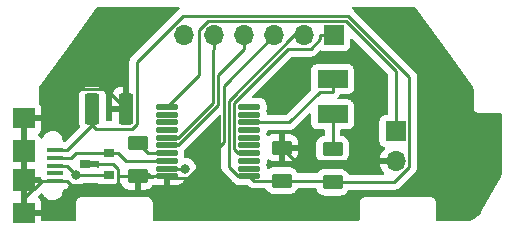
<source format=gtl>
%TF.GenerationSoftware,KiCad,Pcbnew,(5.99.0-6951-g72beaf1538)*%
%TF.CreationDate,2020-11-29T14:33:23+11:00*%
%TF.ProjectId,contact-block-v4,636f6e74-6163-4742-9d62-6c6f636b2d76,rev?*%
%TF.SameCoordinates,Original*%
%TF.FileFunction,Copper,L1,Top*%
%TF.FilePolarity,Positive*%
%FSLAX46Y46*%
G04 Gerber Fmt 4.6, Leading zero omitted, Abs format (unit mm)*
G04 Created by KiCad (PCBNEW (5.99.0-6951-g72beaf1538)) date 2020-11-29 14:33:23*
%MOMM*%
%LPD*%
G01*
G04 APERTURE LIST*
G04 Aperture macros list*
%AMRoundRect*
0 Rectangle with rounded corners*
0 $1 Rounding radius*
0 $2 $3 $4 $5 $6 $7 $8 $9 X,Y pos of 4 corners*
0 Add a 4 corners polygon primitive as box body*
4,1,4,$2,$3,$4,$5,$6,$7,$8,$9,$2,$3,0*
0 Add four circle primitives for the rounded corners*
1,1,$1+$1,$2,$3,0*
1,1,$1+$1,$4,$5,0*
1,1,$1+$1,$6,$7,0*
1,1,$1+$1,$8,$9,0*
0 Add four rect primitives between the rounded corners*
20,1,$1+$1,$2,$3,$4,$5,0*
20,1,$1+$1,$4,$5,$6,$7,0*
20,1,$1+$1,$6,$7,$8,$9,0*
20,1,$1+$1,$8,$9,$2,$3,0*%
G04 Aperture macros list end*
%TA.AperFunction,SMDPad,CuDef*%
%ADD10R,1.350000X0.400000*%
%TD*%
%TA.AperFunction,SMDPad,CuDef*%
%ADD11R,1.900000X1.800000*%
%TD*%
%TA.AperFunction,SMDPad,CuDef*%
%ADD12R,1.900000X1.900000*%
%TD*%
%TA.AperFunction,ComponentPad*%
%ADD13R,1.700000X1.700000*%
%TD*%
%TA.AperFunction,ComponentPad*%
%ADD14O,1.700000X1.700000*%
%TD*%
%TA.AperFunction,SMDPad,CuDef*%
%ADD15RoundRect,0.250000X-0.625000X0.375000X-0.625000X-0.375000X0.625000X-0.375000X0.625000X0.375000X0*%
%TD*%
%TA.AperFunction,SMDPad,CuDef*%
%ADD16R,0.900000X0.800000*%
%TD*%
%TA.AperFunction,SMDPad,CuDef*%
%ADD17RoundRect,0.125000X0.825000X0.125000X-0.825000X0.125000X-0.825000X-0.125000X0.825000X-0.125000X0*%
%TD*%
%TA.AperFunction,SMDPad,CuDef*%
%ADD18RoundRect,0.250000X0.625000X-0.375000X0.625000X0.375000X-0.625000X0.375000X-0.625000X-0.375000X0*%
%TD*%
%TA.AperFunction,SMDPad,CuDef*%
%ADD19R,2.600000X1.500000*%
%TD*%
%TA.AperFunction,SMDPad,CuDef*%
%ADD20RoundRect,0.250000X-0.375000X-1.075000X0.375000X-1.075000X0.375000X1.075000X-0.375000X1.075000X0*%
%TD*%
%TA.AperFunction,ViaPad*%
%ADD21C,0.800000*%
%TD*%
%TA.AperFunction,Conductor*%
%ADD22C,0.250000*%
%TD*%
G04 APERTURE END LIST*
D10*
%TO.P,J1,1,VBUS*%
%TO.N,+5V*%
X100338000Y-85441000D03*
%TO.P,J1,2,D-*%
%TO.N,/D-*%
X100338000Y-86091000D03*
%TO.P,J1,3,D+*%
%TO.N,/D+*%
X100338000Y-86741000D03*
%TO.P,J1,4,ID*%
%TO.N,Net-(J1-Pad4)*%
X100338000Y-87391000D03*
%TO.P,J1,5,GND*%
%TO.N,GND*%
X100338000Y-88041000D03*
D11*
%TO.P,J1,S1,SHIELD*%
X97663000Y-82741000D03*
D12*
%TO.P,J1,S2,SHIELD*%
X97663000Y-85541000D03*
%TO.P,J1,S3,SHIELD*%
X97663000Y-87941000D03*
D11*
%TO.P,J1,S4,SHIELD*%
X97663000Y-90741000D03*
%TD*%
D13*
%TO.P,J3,1,1*%
%TO.N,Net-(J3-Pad1)*%
X129159000Y-83820000D03*
D14*
%TO.P,J3,2,1*%
%TO.N,GND*%
X129159000Y-86360000D03*
%TD*%
D15*
%TO.P,R1,1,1*%
%TO.N,Net-(D1-Pad1)*%
X123825000Y-85341000D03*
%TO.P,R1,2,2*%
%TO.N,+5V*%
X123825000Y-88141000D03*
%TD*%
D16*
%TO.P,D2,1,IO1*%
%TO.N,/D+*%
X104886000Y-87564000D03*
%TO.P,D2,2,IO2*%
%TO.N,/D-*%
X104886000Y-85664000D03*
%TO.P,D2,3,GND*%
%TO.N,GND*%
X102886000Y-86614000D03*
%TD*%
D17*
%TO.P,U1,1,VDD*%
%TO.N,+5V*%
X116784000Y-87634000D03*
%TO.P,U1,2,RA5*%
%TO.N,Net-(U1-Pad2)*%
X116784000Y-86984000D03*
%TO.P,U1,3,RA4*%
%TO.N,Net-(U1-Pad3)*%
X116784000Y-86334000D03*
%TO.P,U1,4,~MCLR/VPP/RA3*%
%TO.N,/{slash}MCLR*%
X116784000Y-85684000D03*
%TO.P,U1,5,RC5*%
%TO.N,Net-(U1-Pad5)*%
X116784000Y-85034000D03*
%TO.P,U1,6,RC4*%
%TO.N,Net-(U1-Pad6)*%
X116784000Y-84384000D03*
%TO.P,U1,7,RC3*%
%TO.N,Net-(U1-Pad7)*%
X116784000Y-83734000D03*
%TO.P,U1,8,RC6*%
%TO.N,Net-(D1-Pad2)*%
X116784000Y-83084000D03*
%TO.P,U1,9,RC7*%
%TO.N,Net-(U1-Pad9)*%
X116784000Y-82434000D03*
%TO.P,U1,10,RB7*%
%TO.N,Net-(U1-Pad10)*%
X116784000Y-81784000D03*
%TO.P,U1,11,RB6*%
%TO.N,Net-(J3-Pad1)*%
X109784000Y-81784000D03*
%TO.P,U1,12,RB5*%
%TO.N,Net-(U1-Pad12)*%
X109784000Y-82434000D03*
%TO.P,U1,13,RB4*%
%TO.N,Net-(U1-Pad13)*%
X109784000Y-83084000D03*
%TO.P,U1,14,RC2*%
%TO.N,Net-(U1-Pad14)*%
X109784000Y-83734000D03*
%TO.P,U1,15,RC1/ICSPCLK*%
%TO.N,/PGC*%
X109784000Y-84384000D03*
%TO.P,U1,16,RC0/ICSPDAT*%
%TO.N,/PGD*%
X109784000Y-85034000D03*
%TO.P,U1,17,VUSB3V3*%
%TO.N,Net-(C1-Pad1)*%
X109784000Y-85684000D03*
%TO.P,U1,18,RA1/D-/ICSPCLK*%
%TO.N,/D-*%
X109784000Y-86334000D03*
%TO.P,U1,19,RA0/D+/ICSPDAT*%
%TO.N,/D+*%
X109784000Y-86984000D03*
%TO.P,U1,20,VSS*%
%TO.N,GND*%
X109784000Y-87634000D03*
%TD*%
D18*
%TO.P,C2,1,1*%
%TO.N,+5V*%
X119507000Y-88011000D03*
%TO.P,C2,2,2*%
%TO.N,GND*%
X119507000Y-85211000D03*
%TD*%
D19*
%TO.P,D1,1,A*%
%TO.N,Net-(D1-Pad1)*%
X123825000Y-82399000D03*
%TO.P,D1,2,C*%
%TO.N,Net-(D1-Pad2)*%
X123825000Y-79399000D03*
%TD*%
D15*
%TO.P,C1,1,1*%
%TO.N,Net-(C1-Pad1)*%
X107315000Y-84833000D03*
%TO.P,C1,2,2*%
%TO.N,GND*%
X107315000Y-87633000D03*
%TD*%
D13*
%TO.P,J2,1,1*%
%TO.N,/{slash}MCLR*%
X123952000Y-75692000D03*
D14*
%TO.P,J2,2,2*%
%TO.N,+5V*%
X121412000Y-75692000D03*
%TO.P,J2,3,3*%
%TO.N,GND*%
X118872000Y-75692000D03*
%TO.P,J2,4,4*%
%TO.N,/PGD*%
X116332000Y-75692000D03*
%TO.P,J2,5,5*%
%TO.N,/PGC*%
X113792000Y-75692000D03*
%TO.P,J2,6,6*%
%TO.N,Net-(J2-Pad6)*%
X111252000Y-75692000D03*
%TD*%
D20*
%TO.P,C3,1,1*%
%TO.N,+5V*%
X103502000Y-81915000D03*
%TO.P,C3,2,2*%
%TO.N,GND*%
X106302000Y-81915000D03*
%TD*%
D21*
%TO.N,/D+*%
X102133000Y-87561200D03*
X111350600Y-86984000D03*
%TD*%
D22*
%TO.N,GND*%
X101417900Y-80261400D02*
X98938300Y-82741000D01*
X109931600Y-87781600D02*
X111579800Y-87781600D01*
X114596900Y-79967100D02*
X118872000Y-75692000D01*
X97663000Y-87941000D02*
X98450400Y-88728300D01*
X98450400Y-88728400D02*
X98550300Y-88728400D01*
X97663000Y-85541000D02*
X97663000Y-87941000D01*
X101338300Y-88041000D02*
X101650400Y-88353100D01*
X105256900Y-86614000D02*
X103661300Y-86614000D01*
X98450400Y-88728300D02*
X97663000Y-89515700D01*
X97663000Y-90741000D02*
X97663000Y-89515700D01*
X100338000Y-88041000D02*
X99337700Y-88041000D01*
X98450400Y-88728300D02*
X98450400Y-88728400D01*
X109784000Y-87634000D02*
X109931600Y-87781600D01*
X98550300Y-88728400D02*
X99237700Y-88041000D01*
X97663000Y-82741000D02*
X98938300Y-82741000D01*
X104648400Y-80261400D02*
X101417900Y-80261400D01*
X105467200Y-88353100D02*
X105661400Y-88158900D01*
X106302000Y-81915000D02*
X104648400Y-80261400D01*
X105661400Y-87018500D02*
X105256900Y-86614000D01*
X111579800Y-87781600D02*
X114596900Y-84764500D01*
X101650400Y-88353100D02*
X105467200Y-88353100D01*
X100338000Y-88041000D02*
X101338300Y-88041000D01*
X107315000Y-87633000D02*
X109783000Y-87633000D01*
X105661400Y-87633000D02*
X105661400Y-87018500D01*
X97663000Y-85541000D02*
X97663000Y-82741000D01*
X119507000Y-85211000D02*
X120656000Y-86360000D01*
X105661400Y-88158900D02*
X105661400Y-87633000D01*
X105661400Y-87633000D02*
X107315000Y-87633000D01*
X114596900Y-84764500D02*
X114596900Y-79967100D01*
X120656000Y-86360000D02*
X129159000Y-86360000D01*
X102886000Y-86614000D02*
X103661300Y-86614000D01*
X109783000Y-87633000D02*
X109784000Y-87634000D01*
X99237700Y-88041000D02*
X99337700Y-88041000D01*
%TO.N,Net-(C1-Pad1)*%
X108166000Y-85684000D02*
X109784000Y-85684000D01*
X107315000Y-84833000D02*
X108166000Y-85684000D01*
%TO.N,+5V*%
X101338300Y-85441000D02*
X103502000Y-83277300D01*
X100338000Y-85441000D02*
X101338300Y-85441000D01*
X107253400Y-77987800D02*
X107253400Y-83237000D01*
X123825000Y-88141000D02*
X129073000Y-88141000D01*
X115047200Y-81233100D02*
X115047200Y-86846900D01*
X130334900Y-86879100D02*
X130334900Y-79207100D01*
X123825000Y-88141000D02*
X123695000Y-88011000D01*
X130334900Y-79207100D02*
X125165400Y-74037600D01*
X123695000Y-88011000D02*
X119507000Y-88011000D01*
X103840400Y-83615700D02*
X103502000Y-83277300D01*
X125165400Y-74037600D02*
X111203600Y-74037600D01*
X103502000Y-83277300D02*
X103502000Y-81915000D01*
X111203600Y-74037600D02*
X107253400Y-77987800D01*
X117161000Y-88011000D02*
X116784000Y-87634000D01*
X115047200Y-86846900D02*
X115834300Y-87634000D01*
X121412000Y-75692000D02*
X120588300Y-75692000D01*
X106874700Y-83615700D02*
X103840400Y-83615700D01*
X115834300Y-87634000D02*
X116784000Y-87634000D01*
X119507000Y-88011000D02*
X117161000Y-88011000D01*
X129073000Y-88141000D02*
X130334900Y-86879100D01*
X107253400Y-83237000D02*
X106874700Y-83615700D01*
X120588300Y-75692000D02*
X115047200Y-81233100D01*
%TO.N,/PGC*%
X113696200Y-76963100D02*
X113696200Y-81421700D01*
X110733900Y-84384000D02*
X109784000Y-84384000D01*
X113792000Y-75692000D02*
X113792000Y-76867300D01*
X113696200Y-81421700D02*
X110733900Y-84384000D01*
X113792000Y-76867300D02*
X113696200Y-76963100D01*
%TO.N,/PGD*%
X110721600Y-85034000D02*
X109784000Y-85034000D01*
X116332000Y-76867300D02*
X114146500Y-79052800D01*
X114146500Y-81609100D02*
X110721600Y-85034000D01*
X116332000Y-75692000D02*
X116332000Y-76867300D01*
X114146500Y-79052800D02*
X114146500Y-81609100D01*
%TO.N,/{slash}MCLR*%
X123952000Y-75692000D02*
X122776700Y-75692000D01*
X115827000Y-85684000D02*
X115497500Y-85354500D01*
X120082800Y-76867300D02*
X121968800Y-76867300D01*
X115497500Y-85354500D02*
X115497500Y-81452600D01*
X122776700Y-76059400D02*
X122776700Y-75692000D01*
X116784000Y-85684000D02*
X115827000Y-85684000D01*
X115497500Y-81452600D02*
X120082800Y-76867300D01*
X121968800Y-76867300D02*
X122776700Y-76059400D01*
%TO.N,Net-(D1-Pad1)*%
X123825000Y-82399000D02*
X123825000Y-85341000D01*
%TO.N,/D+*%
X102133000Y-87561200D02*
X102133000Y-87535700D01*
X109784000Y-86984000D02*
X111350600Y-86984000D01*
X102133000Y-87535700D02*
X101338300Y-86741000D01*
X102133000Y-87561200D02*
X104107900Y-87561200D01*
X104107900Y-87561200D02*
X104110700Y-87564000D01*
X104886000Y-87564000D02*
X104110700Y-87564000D01*
X100338000Y-86741000D02*
X101338300Y-86741000D01*
%TO.N,/D-*%
X102073500Y-85664000D02*
X101646500Y-86091000D01*
X106331300Y-86334000D02*
X109784000Y-86334000D01*
X101646500Y-86091000D02*
X100338000Y-86091000D01*
X104886000Y-85664000D02*
X102073500Y-85664000D01*
X105661300Y-85664000D02*
X106331300Y-86334000D01*
X104886000Y-85664000D02*
X105661300Y-85664000D01*
%TO.N,Net-(J3-Pad1)*%
X129159000Y-78733900D02*
X129159000Y-83820000D01*
X112522000Y-75295100D02*
X113300500Y-74516600D01*
X109784000Y-81784000D02*
X112522000Y-79046000D01*
X124941700Y-74516600D02*
X129159000Y-78733900D01*
X113300500Y-74516600D02*
X124941700Y-74516600D01*
X112522000Y-79046000D02*
X112522000Y-75295100D01*
%TO.N,Net-(D1-Pad2)*%
X122749700Y-80474300D02*
X120140000Y-83084000D01*
X123825000Y-80474300D02*
X122749700Y-80474300D01*
X120140000Y-83084000D02*
X116784000Y-83084000D01*
X123825000Y-79399000D02*
X123825000Y-80474300D01*
%TD*%
%TA.AperFunction,Conductor*%
%TO.N,GND*%
G36*
X110849438Y-73299002D02*
G01*
X110895931Y-73352658D01*
X110906035Y-73422932D01*
X110876541Y-73487512D01*
X110845457Y-73513453D01*
X110812258Y-73533087D01*
X110811840Y-73533456D01*
X110797758Y-73547538D01*
X110782733Y-73560372D01*
X110766517Y-73572154D01*
X110738571Y-73605935D01*
X110730581Y-73614715D01*
X106860886Y-77484410D01*
X106852799Y-77491769D01*
X106846405Y-77495827D01*
X106840980Y-77501604D01*
X106840979Y-77501605D01*
X106800537Y-77544672D01*
X106797781Y-77547515D01*
X106777462Y-77567834D01*
X106775038Y-77570959D01*
X106775031Y-77570967D01*
X106774811Y-77571251D01*
X106767103Y-77580276D01*
X106736843Y-77612500D01*
X106727087Y-77630246D01*
X106716236Y-77646765D01*
X106708678Y-77656509D01*
X106708675Y-77656514D01*
X106703817Y-77662777D01*
X106686261Y-77703347D01*
X106681038Y-77714008D01*
X106659738Y-77752753D01*
X106657766Y-77760435D01*
X106657765Y-77760436D01*
X106654698Y-77772378D01*
X106648298Y-77791073D01*
X106640253Y-77809665D01*
X106639013Y-77817494D01*
X106633337Y-77853329D01*
X106630930Y-77864950D01*
X106621413Y-77902019D01*
X106619935Y-77907776D01*
X106619900Y-77908332D01*
X106619900Y-77928254D01*
X106618349Y-77947963D01*
X106615216Y-77967745D01*
X106615962Y-77975637D01*
X106619341Y-78011383D01*
X106619900Y-78023241D01*
X106619900Y-79969234D01*
X106599898Y-80037355D01*
X106582177Y-80052711D01*
X106583104Y-80053514D01*
X106557671Y-80082865D01*
X106556000Y-80090548D01*
X106556000Y-82043000D01*
X106535998Y-82111121D01*
X106482342Y-82157614D01*
X106430000Y-82169000D01*
X105182115Y-82169000D01*
X105166876Y-82173475D01*
X105165671Y-82174865D01*
X105164000Y-82182548D01*
X105164000Y-82856200D01*
X105143998Y-82924321D01*
X105090342Y-82970814D01*
X105038000Y-82982200D01*
X104766500Y-82982200D01*
X104698379Y-82962198D01*
X104651886Y-82908542D01*
X104640500Y-82856200D01*
X104640500Y-80842802D01*
X105164000Y-80842802D01*
X105164000Y-81642885D01*
X105168475Y-81658124D01*
X105169865Y-81659329D01*
X105177548Y-81661000D01*
X106029885Y-81661000D01*
X106045124Y-81656525D01*
X106046329Y-81655135D01*
X106048000Y-81647452D01*
X106048000Y-80095115D01*
X106043525Y-80079876D01*
X106042135Y-80078671D01*
X106034452Y-80077000D01*
X105930662Y-80077000D01*
X105923361Y-80077424D01*
X105758745Y-80096617D01*
X105744590Y-80099963D01*
X105592239Y-80155263D01*
X105579240Y-80161773D01*
X105443694Y-80250641D01*
X105432542Y-80259965D01*
X105321078Y-80377629D01*
X105312365Y-80389276D01*
X105230957Y-80529429D01*
X105225163Y-80542754D01*
X105177932Y-80698700D01*
X105175484Y-80711323D01*
X105164249Y-80837207D01*
X105164000Y-80842802D01*
X104640500Y-80842802D01*
X104640500Y-80840000D01*
X104622993Y-80689837D01*
X104620870Y-80671629D01*
X104620870Y-80671628D01*
X104620022Y-80664357D01*
X104598258Y-80604396D01*
X104562184Y-80505015D01*
X104559687Y-80498136D01*
X104483968Y-80382645D01*
X104466743Y-80356372D01*
X104466742Y-80356371D01*
X104462731Y-80350253D01*
X104334355Y-80228642D01*
X104181445Y-80139825D01*
X104012204Y-80088567D01*
X104005764Y-80087992D01*
X104005763Y-80087992D01*
X103879793Y-80076749D01*
X103879787Y-80076749D01*
X103877000Y-80076500D01*
X103127000Y-80076500D01*
X103006508Y-80090548D01*
X102958629Y-80096130D01*
X102958628Y-80096130D01*
X102951357Y-80096978D01*
X102944479Y-80099474D01*
X102944477Y-80099475D01*
X102943133Y-80099963D01*
X102785136Y-80157313D01*
X102637253Y-80254269D01*
X102515642Y-80382645D01*
X102426825Y-80535555D01*
X102375567Y-80704796D01*
X102374992Y-80711236D01*
X102374992Y-80711237D01*
X102366588Y-80805406D01*
X102363500Y-80840000D01*
X102363500Y-82990000D01*
X102366195Y-83013115D01*
X102382038Y-83149000D01*
X102383978Y-83165643D01*
X102386474Y-83172521D01*
X102386475Y-83172523D01*
X102444313Y-83331864D01*
X102442063Y-83332681D01*
X102452649Y-83391279D01*
X102425494Y-83456878D01*
X102416463Y-83466933D01*
X101186062Y-84697334D01*
X101123750Y-84731360D01*
X101052935Y-84726295D01*
X100996099Y-84683748D01*
X100971704Y-84621847D01*
X100957094Y-84487361D01*
X100956357Y-84480576D01*
X100896866Y-84303803D01*
X100800804Y-84143929D01*
X100672652Y-84008412D01*
X100518389Y-83903575D01*
X100512059Y-83901043D01*
X100512055Y-83901041D01*
X100351549Y-83836843D01*
X100351544Y-83836842D01*
X100345212Y-83834309D01*
X100338485Y-83833195D01*
X100338480Y-83833194D01*
X100167939Y-83804961D01*
X100167936Y-83804961D01*
X100161202Y-83803846D01*
X100154386Y-83804203D01*
X100154381Y-83804203D01*
X100004586Y-83812054D01*
X99974943Y-83813608D01*
X99795124Y-83863138D01*
X99630137Y-83950126D01*
X99624924Y-83954531D01*
X99624920Y-83954534D01*
X99565707Y-84004574D01*
X99487678Y-84070514D01*
X99483535Y-84075933D01*
X99483533Y-84075935D01*
X99397086Y-84189003D01*
X99374393Y-84218684D01*
X99371510Y-84224867D01*
X99371508Y-84224870D01*
X99345420Y-84280816D01*
X99311903Y-84352695D01*
X99303423Y-84370880D01*
X99256506Y-84424165D01*
X99188229Y-84443626D01*
X99120269Y-84423084D01*
X99080787Y-84377156D01*
X99079641Y-84377892D01*
X99005574Y-84262640D01*
X98993887Y-84249152D01*
X98953123Y-84213830D01*
X98914740Y-84154104D01*
X98914740Y-84083107D01*
X98949433Y-84029124D01*
X98948944Y-84028700D01*
X98951891Y-84025299D01*
X98953123Y-84023382D01*
X98954845Y-84021890D01*
X99038662Y-83925160D01*
X99048307Y-83910152D01*
X99101477Y-83793725D01*
X99106502Y-83776612D01*
X99125361Y-83645446D01*
X99126000Y-83636505D01*
X99126000Y-83013115D01*
X99121525Y-82997876D01*
X99120135Y-82996671D01*
X99112452Y-82995000D01*
X97935115Y-82994999D01*
X97919876Y-82999474D01*
X97918671Y-83000864D01*
X97917000Y-83008547D01*
X97916999Y-84042997D01*
X97917000Y-84043003D01*
X97916999Y-85286998D01*
X97917000Y-85287004D01*
X97916999Y-86442997D01*
X97917000Y-86443003D01*
X97916999Y-87668885D01*
X97921474Y-87684124D01*
X97922864Y-87685329D01*
X97930547Y-87687000D01*
X99035000Y-87687001D01*
X99103121Y-87707003D01*
X99149614Y-87760659D01*
X99161000Y-87813001D01*
X99161000Y-87822885D01*
X99165475Y-87838124D01*
X99166865Y-87839329D01*
X99175784Y-87841269D01*
X99238096Y-87875294D01*
X99254999Y-87896269D01*
X99270051Y-87919691D01*
X99270053Y-87919694D01*
X99274923Y-87927271D01*
X99360483Y-88001409D01*
X99381678Y-88019775D01*
X99420061Y-88079501D01*
X99420061Y-88150497D01*
X99381677Y-88210224D01*
X99317096Y-88239717D01*
X99299165Y-88240999D01*
X99207288Y-88240999D01*
X99139167Y-88220997D01*
X99124776Y-88210224D01*
X99109135Y-88196671D01*
X99101452Y-88195000D01*
X97935115Y-88194999D01*
X97919876Y-88199474D01*
X97918671Y-88200864D01*
X97917000Y-88208547D01*
X97916999Y-89292997D01*
X97917000Y-89293003D01*
X97916999Y-90468885D01*
X97921474Y-90484124D01*
X97922864Y-90485329D01*
X97930547Y-90487000D01*
X99107885Y-90487001D01*
X99123124Y-90482526D01*
X99124329Y-90481136D01*
X99126000Y-90473453D01*
X99126000Y-89843257D01*
X99125839Y-89838750D01*
X99121260Y-89774731D01*
X99118874Y-89761509D01*
X99082181Y-89636542D01*
X99074767Y-89620308D01*
X99005574Y-89512640D01*
X98993887Y-89499152D01*
X98953123Y-89463830D01*
X98914740Y-89404104D01*
X98914740Y-89333107D01*
X98949433Y-89279124D01*
X98948944Y-89278700D01*
X98951891Y-89275299D01*
X98953123Y-89273382D01*
X98954845Y-89271890D01*
X99038662Y-89175160D01*
X99048309Y-89160148D01*
X99072721Y-89106694D01*
X99119214Y-89053039D01*
X99187335Y-89033037D01*
X99255456Y-89053040D01*
X99301897Y-89106585D01*
X99371288Y-89258149D01*
X99375392Y-89263595D01*
X99375393Y-89263597D01*
X99427773Y-89333107D01*
X99483536Y-89407106D01*
X99488715Y-89411545D01*
X99488716Y-89411546D01*
X99615883Y-89520542D01*
X99625151Y-89528486D01*
X99691342Y-89563977D01*
X99782970Y-89613107D01*
X99789527Y-89616623D01*
X99968995Y-89667408D01*
X99975801Y-89667812D01*
X99975805Y-89667813D01*
X100114514Y-89676053D01*
X100155182Y-89678469D01*
X100339400Y-89649292D01*
X100345746Y-89646805D01*
X100345750Y-89646804D01*
X100506701Y-89583728D01*
X100506705Y-89583726D01*
X100513056Y-89581237D01*
X100668047Y-89477479D01*
X100797142Y-89342860D01*
X100803096Y-89333107D01*
X100890762Y-89189486D01*
X100890763Y-89189485D01*
X100894318Y-89183660D01*
X100955041Y-89007307D01*
X100972137Y-88859558D01*
X100999835Y-88794189D01*
X101058479Y-88754171D01*
X101074930Y-88750043D01*
X101092489Y-88746875D01*
X101217458Y-88710181D01*
X101233692Y-88702767D01*
X101341360Y-88633574D01*
X101354847Y-88621888D01*
X101438662Y-88525160D01*
X101448307Y-88510152D01*
X101495619Y-88406552D01*
X101542112Y-88352896D01*
X101610233Y-88332894D01*
X101672478Y-88349574D01*
X101676250Y-88352314D01*
X101682279Y-88354998D01*
X101682282Y-88355000D01*
X101844682Y-88427305D01*
X101850713Y-88429990D01*
X101944113Y-88449843D01*
X102031056Y-88468324D01*
X102031061Y-88468324D01*
X102037513Y-88469696D01*
X102228487Y-88469696D01*
X102234939Y-88468324D01*
X102234944Y-88468324D01*
X102321887Y-88449843D01*
X102415287Y-88429990D01*
X102421318Y-88427305D01*
X102583720Y-88354999D01*
X102583722Y-88354998D01*
X102589750Y-88352314D01*
X102595092Y-88348433D01*
X102738907Y-88243946D01*
X102738909Y-88243944D01*
X102744251Y-88240063D01*
X102748672Y-88235153D01*
X102753575Y-88230738D01*
X102754701Y-88231989D01*
X102808000Y-88199151D01*
X102841194Y-88194700D01*
X103911275Y-88194700D01*
X103979396Y-88214702D01*
X104017273Y-88252579D01*
X104043051Y-88292691D01*
X104043053Y-88292694D01*
X104047923Y-88300271D01*
X104054733Y-88306172D01*
X104151569Y-88390082D01*
X104151572Y-88390084D01*
X104158381Y-88395984D01*
X104166579Y-88399728D01*
X104181522Y-88406552D01*
X104291330Y-88456700D01*
X104300245Y-88457982D01*
X104300246Y-88457982D01*
X104431552Y-88476861D01*
X104431559Y-88476862D01*
X104436000Y-88477500D01*
X105336000Y-88477500D01*
X105409079Y-88472273D01*
X105487165Y-88449345D01*
X105540670Y-88433635D01*
X105540672Y-88433634D01*
X105549316Y-88431096D01*
X105601594Y-88397499D01*
X105664691Y-88356949D01*
X105664694Y-88356947D01*
X105672271Y-88352077D01*
X105767984Y-88241619D01*
X105770583Y-88243871D01*
X105811676Y-88208270D01*
X105881951Y-88198173D01*
X105946529Y-88227673D01*
X105982446Y-88279899D01*
X106005262Y-88342758D01*
X106011773Y-88355759D01*
X106100641Y-88491305D01*
X106109965Y-88502457D01*
X106227629Y-88613921D01*
X106239276Y-88622634D01*
X106379429Y-88704042D01*
X106392754Y-88709836D01*
X106548699Y-88757067D01*
X106561324Y-88759515D01*
X106687209Y-88770751D01*
X106692801Y-88771000D01*
X107042885Y-88771000D01*
X107058124Y-88766525D01*
X107059329Y-88765135D01*
X107061000Y-88757452D01*
X107061001Y-87887000D01*
X107061000Y-87886996D01*
X107061001Y-87505000D01*
X107081003Y-87436879D01*
X107134659Y-87390386D01*
X107187001Y-87379000D01*
X108307961Y-87379001D01*
X108376082Y-87399003D01*
X108409897Y-87430940D01*
X108449041Y-87484816D01*
X108493554Y-87546082D01*
X108499661Y-87551134D01*
X108610766Y-87643049D01*
X108610770Y-87643052D01*
X108616875Y-87648102D01*
X108624047Y-87651477D01*
X108628992Y-87654615D01*
X108675790Y-87708005D01*
X108686295Y-87778220D01*
X108657171Y-87842968D01*
X108597665Y-87881692D01*
X108561477Y-87887000D01*
X107587115Y-87886999D01*
X107571876Y-87891474D01*
X107570671Y-87892864D01*
X107569000Y-87900547D01*
X107568999Y-88752885D01*
X107573474Y-88768124D01*
X107574864Y-88769329D01*
X107582547Y-88771000D01*
X107936337Y-88771000D01*
X107943638Y-88770576D01*
X108108254Y-88751383D01*
X108122409Y-88748037D01*
X108274760Y-88692737D01*
X108287759Y-88686227D01*
X108423305Y-88597359D01*
X108434457Y-88588035D01*
X108545921Y-88470371D01*
X108554639Y-88458718D01*
X108583475Y-88409074D01*
X108634986Y-88360215D01*
X108704734Y-88346962D01*
X108746075Y-88358351D01*
X108754676Y-88362398D01*
X108769634Y-88367258D01*
X108914073Y-88394812D01*
X108923889Y-88395896D01*
X108957991Y-88396967D01*
X108960015Y-88396999D01*
X109515885Y-88396999D01*
X109531124Y-88392524D01*
X109532329Y-88391134D01*
X109534000Y-88383451D01*
X109534001Y-87884000D01*
X109536022Y-87884000D01*
X109536022Y-87838001D01*
X109574406Y-87778275D01*
X109638987Y-87748782D01*
X109656918Y-87747500D01*
X109908000Y-87747500D01*
X109976121Y-87767502D01*
X110022614Y-87821158D01*
X110034000Y-87873500D01*
X110033999Y-88378885D01*
X110038474Y-88394124D01*
X110039864Y-88395329D01*
X110047547Y-88397000D01*
X110605040Y-88397000D01*
X110612930Y-88396503D01*
X110759795Y-88377950D01*
X110775035Y-88374037D01*
X110908985Y-88321004D01*
X110922775Y-88313422D01*
X111039327Y-88228742D01*
X111050794Y-88217974D01*
X111142628Y-88106965D01*
X111151057Y-88093683D01*
X111211682Y-87964848D01*
X111258785Y-87911727D01*
X111325690Y-87892496D01*
X111446087Y-87892496D01*
X111452539Y-87891124D01*
X111452544Y-87891124D01*
X111539487Y-87872643D01*
X111632887Y-87852790D01*
X111663121Y-87839329D01*
X111801320Y-87777799D01*
X111801322Y-87777798D01*
X111807350Y-87775114D01*
X111845900Y-87747106D01*
X111956507Y-87666746D01*
X111956509Y-87666744D01*
X111961851Y-87662863D01*
X112089637Y-87520942D01*
X112171587Y-87379001D01*
X112181820Y-87361277D01*
X112181821Y-87361276D01*
X112185124Y-87355554D01*
X112217584Y-87255652D01*
X112242098Y-87180206D01*
X112242098Y-87180205D01*
X112244138Y-87173927D01*
X112251229Y-87106465D01*
X112263410Y-86990565D01*
X112264100Y-86984000D01*
X112254353Y-86891264D01*
X112244828Y-86800637D01*
X112244828Y-86800636D01*
X112244138Y-86794073D01*
X112240454Y-86782733D01*
X112187166Y-86618731D01*
X112185124Y-86612446D01*
X112179448Y-86602614D01*
X112117884Y-86495984D01*
X112089637Y-86447058D01*
X112018513Y-86368066D01*
X111966273Y-86310048D01*
X111966272Y-86310047D01*
X111961851Y-86305137D01*
X111956509Y-86301256D01*
X111956507Y-86301254D01*
X111812692Y-86196767D01*
X111812691Y-86196766D01*
X111807350Y-86192886D01*
X111801322Y-86190202D01*
X111801320Y-86190201D01*
X111638918Y-86117895D01*
X111638917Y-86117895D01*
X111632887Y-86115210D01*
X111539487Y-86095357D01*
X111452544Y-86076876D01*
X111452539Y-86076876D01*
X111446087Y-86075504D01*
X111355357Y-86075504D01*
X111287236Y-86055502D01*
X111240743Y-86001846D01*
X111231589Y-85925894D01*
X111245312Y-85853958D01*
X111245312Y-85853955D01*
X111246240Y-85849092D01*
X111247500Y-85809000D01*
X111247500Y-85559001D01*
X111243748Y-85529304D01*
X111237852Y-85482628D01*
X111249158Y-85412537D01*
X111273763Y-85377741D01*
X114198605Y-82452899D01*
X114260917Y-82418873D01*
X114331732Y-82423938D01*
X114388568Y-82466485D01*
X114413379Y-82533005D01*
X114413700Y-82541994D01*
X114413701Y-86768505D01*
X114413187Y-86779419D01*
X114411534Y-86786812D01*
X114411783Y-86794737D01*
X114411783Y-86794738D01*
X114413639Y-86853784D01*
X114413701Y-86857742D01*
X114413701Y-86886478D01*
X114414196Y-86890395D01*
X114414240Y-86890744D01*
X114415172Y-86902578D01*
X114416562Y-86946783D01*
X114418775Y-86954399D01*
X114418775Y-86954401D01*
X114422214Y-86966239D01*
X114426223Y-86985598D01*
X114426851Y-86990565D01*
X114428761Y-87005688D01*
X114432049Y-87013993D01*
X114445033Y-87046789D01*
X114448878Y-87058018D01*
X114455502Y-87080816D01*
X114461214Y-87100478D01*
X114465249Y-87107301D01*
X114471527Y-87117917D01*
X114480223Y-87135669D01*
X114487679Y-87154500D01*
X114497025Y-87167363D01*
X114513668Y-87190271D01*
X114520183Y-87200189D01*
X114542687Y-87238241D01*
X114543055Y-87238659D01*
X114557138Y-87252742D01*
X114569979Y-87267775D01*
X114581755Y-87283983D01*
X114603373Y-87301867D01*
X114615530Y-87311924D01*
X114624310Y-87319914D01*
X115330909Y-88026513D01*
X115338269Y-88034601D01*
X115342327Y-88040995D01*
X115348104Y-88046420D01*
X115391178Y-88086869D01*
X115394020Y-88089624D01*
X115414333Y-88109937D01*
X115417744Y-88112582D01*
X115426767Y-88120289D01*
X115454972Y-88146776D01*
X115470652Y-88164562D01*
X115485922Y-88185578D01*
X115493554Y-88196082D01*
X115499662Y-88201135D01*
X115499663Y-88201136D01*
X115546300Y-88239717D01*
X115616875Y-88298102D01*
X115761693Y-88366249D01*
X115769476Y-88367734D01*
X115769477Y-88367734D01*
X115914041Y-88395311D01*
X115914046Y-88395312D01*
X115918908Y-88396239D01*
X115923851Y-88396394D01*
X115923857Y-88396395D01*
X115944882Y-88397055D01*
X115959000Y-88397499D01*
X116597314Y-88397499D01*
X116665435Y-88417501D01*
X116683567Y-88431649D01*
X116717894Y-88463884D01*
X116720736Y-88466639D01*
X116741035Y-88486938D01*
X116744160Y-88489362D01*
X116744168Y-88489369D01*
X116744443Y-88489582D01*
X116753469Y-88497291D01*
X116785699Y-88527557D01*
X116792643Y-88531374D01*
X116792645Y-88531376D01*
X116803453Y-88537318D01*
X116819977Y-88548172D01*
X116835977Y-88560583D01*
X116843248Y-88563730D01*
X116843249Y-88563730D01*
X116876551Y-88578141D01*
X116887207Y-88583362D01*
X116925952Y-88604662D01*
X116933635Y-88606634D01*
X116933636Y-88606635D01*
X116945568Y-88609699D01*
X116964272Y-88616103D01*
X116975585Y-88620999D01*
X116975592Y-88621001D01*
X116982864Y-88624148D01*
X116990688Y-88625387D01*
X116990691Y-88625388D01*
X117026535Y-88631065D01*
X117038156Y-88633472D01*
X117075218Y-88642987D01*
X117080975Y-88644465D01*
X117081531Y-88644500D01*
X117101452Y-88644500D01*
X117121162Y-88646051D01*
X117133114Y-88647944D01*
X117133115Y-88647944D01*
X117140944Y-88649184D01*
X117148836Y-88648438D01*
X117179779Y-88645513D01*
X117184583Y-88645059D01*
X117196440Y-88644500D01*
X118080746Y-88644500D01*
X118148867Y-88664502D01*
X118192559Y-88714926D01*
X118193537Y-88714436D01*
X118196816Y-88720983D01*
X118199313Y-88727863D01*
X118296269Y-88875746D01*
X118424645Y-88997357D01*
X118577555Y-89086175D01*
X118584559Y-89088296D01*
X118584563Y-89088298D01*
X118725668Y-89131034D01*
X118746796Y-89137433D01*
X118753236Y-89138008D01*
X118753237Y-89138008D01*
X118879207Y-89149251D01*
X118879213Y-89149251D01*
X118882000Y-89149500D01*
X120131999Y-89149500D01*
X120259234Y-89134666D01*
X120300370Y-89129870D01*
X120300371Y-89129870D01*
X120307642Y-89129022D01*
X120314520Y-89126526D01*
X120314522Y-89126525D01*
X120435811Y-89082499D01*
X120473863Y-89068687D01*
X120479984Y-89064674D01*
X120479986Y-89064673D01*
X120557643Y-89013759D01*
X120621747Y-88971731D01*
X120743358Y-88843355D01*
X120822435Y-88707215D01*
X120873945Y-88658356D01*
X120931388Y-88644500D01*
X122351558Y-88644500D01*
X122419679Y-88664502D01*
X122466172Y-88718158D01*
X122469997Y-88727509D01*
X122502118Y-88816000D01*
X122517313Y-88857863D01*
X122614269Y-89005746D01*
X122742645Y-89127357D01*
X122895555Y-89216174D01*
X122993124Y-89245725D01*
X123058604Y-89265557D01*
X123058607Y-89265558D01*
X123064796Y-89267432D01*
X123071238Y-89268007D01*
X123195239Y-89279075D01*
X123200000Y-89279500D01*
X124449999Y-89279500D01*
X124586402Y-89263597D01*
X124618370Y-89259870D01*
X124618371Y-89259870D01*
X124625642Y-89259022D01*
X124632520Y-89256526D01*
X124632522Y-89256525D01*
X124784984Y-89201184D01*
X124791863Y-89198687D01*
X124939746Y-89101731D01*
X125061357Y-88973355D01*
X125140434Y-88837215D01*
X125191944Y-88788356D01*
X125249387Y-88774500D01*
X128994617Y-88774500D01*
X129005521Y-88775014D01*
X129012912Y-88776666D01*
X129020837Y-88776417D01*
X129020838Y-88776417D01*
X129079853Y-88774562D01*
X129083811Y-88774500D01*
X129112578Y-88774500D01*
X129116502Y-88774004D01*
X129116504Y-88774004D01*
X129116852Y-88773960D01*
X129128698Y-88773027D01*
X129172883Y-88771638D01*
X129192339Y-88765986D01*
X129211679Y-88761981D01*
X129231788Y-88759440D01*
X129239158Y-88756522D01*
X129239162Y-88756521D01*
X129272900Y-88743163D01*
X129284130Y-88739318D01*
X129318968Y-88729197D01*
X129318969Y-88729197D01*
X129326578Y-88726986D01*
X129344012Y-88716676D01*
X129361764Y-88707980D01*
X129373225Y-88703442D01*
X129373224Y-88703442D01*
X129380600Y-88700522D01*
X129416375Y-88674530D01*
X129426294Y-88668014D01*
X129464341Y-88645513D01*
X129464759Y-88645145D01*
X129478842Y-88631062D01*
X129493867Y-88618228D01*
X129510083Y-88606446D01*
X129538030Y-88572664D01*
X129546019Y-88563885D01*
X130727422Y-87382482D01*
X130735500Y-87375131D01*
X130741894Y-87371073D01*
X130756468Y-87355554D01*
X130787760Y-87322231D01*
X130790515Y-87319389D01*
X130810837Y-87299067D01*
X130813480Y-87295660D01*
X130821189Y-87286633D01*
X130825190Y-87282373D01*
X130851457Y-87254401D01*
X130855276Y-87247455D01*
X130855278Y-87247452D01*
X130861219Y-87236646D01*
X130872071Y-87220126D01*
X130879621Y-87210392D01*
X130884483Y-87204124D01*
X130902039Y-87163554D01*
X130907262Y-87152892D01*
X130924743Y-87121095D01*
X130924743Y-87121094D01*
X130928562Y-87114148D01*
X130930535Y-87106465D01*
X130933602Y-87094523D01*
X130940003Y-87075825D01*
X130944899Y-87064510D01*
X130948047Y-87057236D01*
X130950936Y-87038997D01*
X130954963Y-87013572D01*
X130957370Y-87001951D01*
X130966887Y-86964882D01*
X130966887Y-86964881D01*
X130968365Y-86959125D01*
X130968400Y-86958569D01*
X130968400Y-86938647D01*
X130969951Y-86918936D01*
X130971844Y-86906984D01*
X130973084Y-86899156D01*
X130968959Y-86855517D01*
X130968400Y-86843660D01*
X130968400Y-79285483D01*
X130968914Y-79274579D01*
X130970566Y-79267188D01*
X130968462Y-79200246D01*
X130968400Y-79196289D01*
X130968400Y-79167522D01*
X130967859Y-79163237D01*
X130966926Y-79151396D01*
X130965787Y-79115136D01*
X130965787Y-79115135D01*
X130965538Y-79107216D01*
X130963328Y-79099608D01*
X130963327Y-79099603D01*
X130959887Y-79087761D01*
X130955879Y-79068407D01*
X130954334Y-79056179D01*
X130953340Y-79048312D01*
X130950423Y-79040944D01*
X130950421Y-79040937D01*
X130937063Y-79007199D01*
X130933218Y-78995969D01*
X130923097Y-78961131D01*
X130923096Y-78961130D01*
X130920886Y-78953521D01*
X130910576Y-78936088D01*
X130901882Y-78918341D01*
X130894422Y-78899500D01*
X130868433Y-78863729D01*
X130861917Y-78853810D01*
X130839413Y-78815758D01*
X130839045Y-78815340D01*
X130824963Y-78801258D01*
X130812122Y-78786225D01*
X130805003Y-78776427D01*
X130800346Y-78770017D01*
X130766570Y-78742075D01*
X130757791Y-78734086D01*
X125668791Y-73645087D01*
X125661431Y-73636999D01*
X125657373Y-73630605D01*
X125608521Y-73584730D01*
X125605680Y-73581976D01*
X125585366Y-73561662D01*
X125581955Y-73559017D01*
X125572933Y-73551311D01*
X125553920Y-73533456D01*
X125540701Y-73521043D01*
X125533757Y-73517226D01*
X125533755Y-73517224D01*
X125530463Y-73515414D01*
X125528379Y-73513318D01*
X125527340Y-73512563D01*
X125527462Y-73512395D01*
X125480405Y-73465068D01*
X125465512Y-73395651D01*
X125490514Y-73329202D01*
X125547471Y-73286819D01*
X125591165Y-73279000D01*
X130739060Y-73279000D01*
X130807181Y-73299002D01*
X130841347Y-73331425D01*
X133829538Y-77485740D01*
X135703096Y-80090442D01*
X135739287Y-80140757D01*
X135763000Y-80214332D01*
X135763001Y-81815459D01*
X135762999Y-81816229D01*
X135762746Y-81857622D01*
X135765212Y-81866250D01*
X135765212Y-81866251D01*
X135770861Y-81886020D01*
X135774438Y-81902777D01*
X135778621Y-81931982D01*
X135789224Y-81955301D01*
X135795672Y-81972827D01*
X135802716Y-81997474D01*
X135807505Y-82005064D01*
X135818470Y-82022442D01*
X135826608Y-82037525D01*
X135835104Y-82056212D01*
X135835108Y-82056218D01*
X135838823Y-82064389D01*
X135853241Y-82081121D01*
X135855543Y-82083793D01*
X135866653Y-82098807D01*
X135880331Y-82120486D01*
X135887056Y-82126425D01*
X135887061Y-82126431D01*
X135902455Y-82140025D01*
X135914501Y-82152218D01*
X135933767Y-82174578D01*
X135941295Y-82179457D01*
X135941298Y-82179460D01*
X135955270Y-82188516D01*
X135970144Y-82199806D01*
X135989351Y-82216769D01*
X135997474Y-82220583D01*
X135997479Y-82220586D01*
X136016071Y-82229315D01*
X136031052Y-82237636D01*
X136048286Y-82248806D01*
X136048289Y-82248807D01*
X136055822Y-82253690D01*
X136064423Y-82256262D01*
X136064425Y-82256263D01*
X136080374Y-82261033D01*
X136097820Y-82267695D01*
X136100404Y-82268908D01*
X136121013Y-82278584D01*
X136129878Y-82279964D01*
X136129880Y-82279965D01*
X136144444Y-82282232D01*
X136150186Y-82283126D01*
X136166889Y-82286906D01*
X136195175Y-82295365D01*
X136204152Y-82295420D01*
X136204153Y-82295420D01*
X136227998Y-82295566D01*
X136230838Y-82295684D01*
X136232865Y-82296000D01*
X136298623Y-82296000D01*
X136299393Y-82296002D01*
X136340622Y-82296254D01*
X136341454Y-82296016D01*
X136341692Y-82296000D01*
X138050000Y-82296000D01*
X138118121Y-82316002D01*
X138164614Y-82369658D01*
X138176000Y-82422000D01*
X138176001Y-87165374D01*
X138173994Y-87187770D01*
X138172077Y-87198384D01*
X138169403Y-87308645D01*
X138168894Y-87329647D01*
X138167142Y-87347745D01*
X138165481Y-87357498D01*
X138137200Y-87523555D01*
X138131886Y-87544106D01*
X138075438Y-87705030D01*
X138066753Y-87724391D01*
X137980293Y-87880401D01*
X137970363Y-87895615D01*
X137892834Y-87997494D01*
X137890654Y-88001408D01*
X137890653Y-88001409D01*
X137873869Y-88031539D01*
X137838524Y-88094987D01*
X137836533Y-88103735D01*
X137835415Y-88106652D01*
X137827521Y-88123434D01*
X136495032Y-90487000D01*
X136379582Y-90691784D01*
X136370674Y-90705368D01*
X136367825Y-90708584D01*
X136365197Y-90712680D01*
X136365196Y-90712682D01*
X136292881Y-90825414D01*
X136283419Y-90838288D01*
X136158104Y-90987901D01*
X136145345Y-91001058D01*
X136004135Y-91126911D01*
X135989601Y-91138079D01*
X135831623Y-91242116D01*
X135815623Y-91251056D01*
X135644232Y-91331069D01*
X135627105Y-91337594D01*
X135445906Y-91391900D01*
X135428013Y-91395871D01*
X135234914Y-91424185D01*
X135219000Y-91425496D01*
X135114831Y-91427444D01*
X135087986Y-91427946D01*
X135087985Y-91427946D01*
X135083499Y-91428030D01*
X135066030Y-91430866D01*
X135046162Y-91432494D01*
X132714319Y-91438393D01*
X132646148Y-91418563D01*
X132599519Y-91365025D01*
X132588000Y-91312393D01*
X132588000Y-89888378D01*
X132588002Y-89887608D01*
X132588037Y-89881940D01*
X132588254Y-89846378D01*
X132585788Y-89837749D01*
X132580141Y-89817987D01*
X132576564Y-89801230D01*
X132573653Y-89780903D01*
X132573652Y-89780900D01*
X132572380Y-89772018D01*
X132568665Y-89763848D01*
X132568664Y-89763844D01*
X132561776Y-89748695D01*
X132555327Y-89731167D01*
X132550752Y-89715158D01*
X132550749Y-89715151D01*
X132548284Y-89706526D01*
X132532528Y-89681555D01*
X132524395Y-89666481D01*
X132512178Y-89639611D01*
X132495450Y-89620197D01*
X132484346Y-89605190D01*
X132470669Y-89583514D01*
X132448544Y-89563974D01*
X132436500Y-89551781D01*
X132423095Y-89536223D01*
X132423091Y-89536220D01*
X132417234Y-89529422D01*
X132408936Y-89524043D01*
X132395729Y-89515483D01*
X132380855Y-89504193D01*
X132368378Y-89493174D01*
X132361649Y-89487231D01*
X132334923Y-89474683D01*
X132319952Y-89466367D01*
X132295179Y-89450310D01*
X132286575Y-89447737D01*
X132286573Y-89447736D01*
X132270623Y-89442966D01*
X132253178Y-89436304D01*
X132238113Y-89429231D01*
X132238111Y-89429231D01*
X132229987Y-89425416D01*
X132221123Y-89424036D01*
X132221114Y-89424033D01*
X132200820Y-89420873D01*
X132184109Y-89417092D01*
X132164428Y-89411207D01*
X132164425Y-89411207D01*
X132155826Y-89408635D01*
X132146854Y-89408580D01*
X132146853Y-89408580D01*
X132123002Y-89408434D01*
X132120162Y-89408316D01*
X132118135Y-89408000D01*
X132052378Y-89408000D01*
X132051608Y-89407998D01*
X132051069Y-89407995D01*
X132010379Y-89407746D01*
X132009547Y-89407984D01*
X132009309Y-89408000D01*
X126591377Y-89408000D01*
X126590607Y-89407998D01*
X126590358Y-89407996D01*
X126549378Y-89407746D01*
X126540750Y-89410212D01*
X126540749Y-89410212D01*
X126520987Y-89415859D01*
X126504230Y-89419436D01*
X126483903Y-89422347D01*
X126483900Y-89422348D01*
X126475018Y-89423620D01*
X126466848Y-89427335D01*
X126466844Y-89427336D01*
X126451695Y-89434224D01*
X126434167Y-89440673D01*
X126418158Y-89445248D01*
X126418151Y-89445251D01*
X126409526Y-89447716D01*
X126384555Y-89463472D01*
X126369481Y-89471605D01*
X126342611Y-89483822D01*
X126323197Y-89500550D01*
X126308190Y-89511654D01*
X126286514Y-89525331D01*
X126280572Y-89532059D01*
X126266977Y-89547453D01*
X126254781Y-89559500D01*
X126239223Y-89572905D01*
X126239220Y-89572909D01*
X126232422Y-89578766D01*
X126227542Y-89586295D01*
X126227541Y-89586296D01*
X126218483Y-89600271D01*
X126207193Y-89615145D01*
X126190231Y-89634351D01*
X126186418Y-89642474D01*
X126186416Y-89642476D01*
X126177689Y-89661065D01*
X126169364Y-89676053D01*
X126153310Y-89700821D01*
X126145964Y-89725384D01*
X126139306Y-89742820D01*
X126128416Y-89766014D01*
X126127035Y-89774882D01*
X126127035Y-89774883D01*
X126123876Y-89795174D01*
X126120095Y-89811886D01*
X126111635Y-89840174D01*
X126111580Y-89849150D01*
X126111580Y-89849151D01*
X126111434Y-89872999D01*
X126111316Y-89875839D01*
X126111000Y-89877866D01*
X126111000Y-89943617D01*
X126110998Y-89944387D01*
X126110746Y-89985622D01*
X126110984Y-89986454D01*
X126111000Y-89986692D01*
X126111001Y-90712682D01*
X126111001Y-91314000D01*
X126090999Y-91382121D01*
X126037343Y-91428614D01*
X125985001Y-91440000D01*
X108711000Y-91440000D01*
X108642879Y-91419998D01*
X108596386Y-91366342D01*
X108585000Y-91314000D01*
X108585000Y-89888378D01*
X108585002Y-89887608D01*
X108585037Y-89881940D01*
X108585254Y-89846378D01*
X108582788Y-89837749D01*
X108577141Y-89817987D01*
X108573564Y-89801230D01*
X108570653Y-89780903D01*
X108570652Y-89780900D01*
X108569380Y-89772018D01*
X108565665Y-89763848D01*
X108565664Y-89763844D01*
X108558776Y-89748695D01*
X108552327Y-89731167D01*
X108547752Y-89715158D01*
X108547749Y-89715151D01*
X108545284Y-89706526D01*
X108529528Y-89681555D01*
X108521395Y-89666481D01*
X108509178Y-89639611D01*
X108492450Y-89620197D01*
X108481346Y-89605190D01*
X108467669Y-89583514D01*
X108445544Y-89563974D01*
X108433500Y-89551781D01*
X108420095Y-89536223D01*
X108420091Y-89536220D01*
X108414234Y-89529422D01*
X108405936Y-89524043D01*
X108392729Y-89515483D01*
X108377855Y-89504193D01*
X108365378Y-89493174D01*
X108358649Y-89487231D01*
X108331923Y-89474683D01*
X108316952Y-89466367D01*
X108292179Y-89450310D01*
X108283575Y-89447737D01*
X108283573Y-89447736D01*
X108267623Y-89442966D01*
X108250178Y-89436304D01*
X108235113Y-89429231D01*
X108235111Y-89429231D01*
X108226987Y-89425416D01*
X108218123Y-89424036D01*
X108218114Y-89424033D01*
X108197820Y-89420873D01*
X108181109Y-89417092D01*
X108161428Y-89411207D01*
X108161425Y-89411207D01*
X108152826Y-89408635D01*
X108143854Y-89408580D01*
X108143853Y-89408580D01*
X108120002Y-89408434D01*
X108117162Y-89408316D01*
X108115135Y-89408000D01*
X108049378Y-89408000D01*
X108048608Y-89407998D01*
X108048069Y-89407995D01*
X108007379Y-89407746D01*
X108006547Y-89407984D01*
X108006309Y-89408000D01*
X102588377Y-89408000D01*
X102587607Y-89407998D01*
X102587358Y-89407996D01*
X102546378Y-89407746D01*
X102537750Y-89410212D01*
X102537749Y-89410212D01*
X102517987Y-89415859D01*
X102501230Y-89419436D01*
X102480903Y-89422347D01*
X102480900Y-89422348D01*
X102472018Y-89423620D01*
X102463848Y-89427335D01*
X102463844Y-89427336D01*
X102448695Y-89434224D01*
X102431167Y-89440673D01*
X102415158Y-89445248D01*
X102415151Y-89445251D01*
X102406526Y-89447716D01*
X102381555Y-89463472D01*
X102366481Y-89471605D01*
X102339611Y-89483822D01*
X102320197Y-89500550D01*
X102305190Y-89511654D01*
X102283514Y-89525331D01*
X102277572Y-89532059D01*
X102263977Y-89547453D01*
X102251781Y-89559500D01*
X102236223Y-89572905D01*
X102236220Y-89572909D01*
X102229422Y-89578766D01*
X102224542Y-89586295D01*
X102224541Y-89586296D01*
X102215483Y-89600271D01*
X102204193Y-89615145D01*
X102187231Y-89634351D01*
X102183418Y-89642474D01*
X102183416Y-89642476D01*
X102174689Y-89661065D01*
X102166364Y-89676053D01*
X102150310Y-89700821D01*
X102142964Y-89725384D01*
X102136306Y-89742820D01*
X102125416Y-89766014D01*
X102124035Y-89774882D01*
X102124035Y-89774883D01*
X102120876Y-89795174D01*
X102117095Y-89811886D01*
X102108635Y-89840174D01*
X102108580Y-89849150D01*
X102108580Y-89849151D01*
X102108434Y-89872999D01*
X102108316Y-89875839D01*
X102108000Y-89877866D01*
X102108000Y-89943617D01*
X102107998Y-89944387D01*
X102107746Y-89985622D01*
X102107984Y-89986454D01*
X102108000Y-89986692D01*
X102108001Y-90712682D01*
X102108001Y-91314000D01*
X102087999Y-91382121D01*
X102034343Y-91428614D01*
X101982001Y-91440000D01*
X99252000Y-91440000D01*
X99183879Y-91419998D01*
X99137386Y-91366342D01*
X99126000Y-91314000D01*
X99126000Y-91013115D01*
X99121525Y-90997876D01*
X99120135Y-90996671D01*
X99112452Y-90995000D01*
X97917002Y-90994999D01*
X97916996Y-90995000D01*
X97535000Y-90994999D01*
X97466879Y-90974997D01*
X97420386Y-90921341D01*
X97409000Y-90868999D01*
X97409001Y-89439003D01*
X97409000Y-89438997D01*
X97409001Y-88195000D01*
X97409000Y-88194996D01*
X97409001Y-87039003D01*
X97409000Y-87038997D01*
X97409001Y-85795002D01*
X97409000Y-85794996D01*
X97409001Y-84189003D01*
X97409000Y-84188997D01*
X97409001Y-82995000D01*
X97409000Y-82994996D01*
X97409001Y-82613000D01*
X97429003Y-82544879D01*
X97482659Y-82498386D01*
X97535001Y-82487000D01*
X99107885Y-82487001D01*
X99123124Y-82482526D01*
X99124329Y-82481136D01*
X99126000Y-82473453D01*
X99126000Y-81843257D01*
X99125839Y-81838750D01*
X99121260Y-81774731D01*
X99118874Y-81761509D01*
X99082181Y-81636542D01*
X99074767Y-81620308D01*
X99005574Y-81512640D01*
X98993887Y-81499152D01*
X98976487Y-81484075D01*
X98938104Y-81424349D01*
X98933000Y-81388851D01*
X98933000Y-80214331D01*
X98956713Y-80140756D01*
X98988203Y-80096978D01*
X101066497Y-77207642D01*
X103854654Y-73331425D01*
X103910669Y-73287804D01*
X103956941Y-73279000D01*
X110781317Y-73279000D01*
X110849438Y-73299002D01*
G37*
%TD.AperFunction*%
%TA.AperFunction,Conductor*%
G36*
X125524012Y-75995270D02*
G01*
X125530594Y-76001398D01*
X127012016Y-77482821D01*
X128488595Y-78959400D01*
X128522621Y-79021712D01*
X128525500Y-79048495D01*
X128525501Y-80711323D01*
X128525501Y-82330500D01*
X128505499Y-82398621D01*
X128451843Y-82445114D01*
X128399501Y-82456500D01*
X128309000Y-82456500D01*
X128235921Y-82461727D01*
X128195986Y-82473453D01*
X128104330Y-82500365D01*
X128104328Y-82500366D01*
X128095684Y-82502904D01*
X128088105Y-82507775D01*
X127980309Y-82577051D01*
X127980306Y-82577053D01*
X127972729Y-82581923D01*
X127966828Y-82588733D01*
X127882918Y-82685569D01*
X127882916Y-82685572D01*
X127877016Y-82692381D01*
X127873272Y-82700579D01*
X127848627Y-82754545D01*
X127816300Y-82825330D01*
X127815018Y-82834245D01*
X127815018Y-82834246D01*
X127796139Y-82965552D01*
X127796138Y-82965559D01*
X127795500Y-82970000D01*
X127795500Y-84670000D01*
X127800727Y-84743079D01*
X127810112Y-84775042D01*
X127838303Y-84871051D01*
X127841904Y-84883316D01*
X127846775Y-84890895D01*
X127916051Y-84998691D01*
X127916053Y-84998694D01*
X127920923Y-85006271D01*
X127927733Y-85012172D01*
X128024569Y-85096082D01*
X128024572Y-85096084D01*
X128031381Y-85101984D01*
X128164330Y-85162700D01*
X128171035Y-85163664D01*
X128229813Y-85201437D01*
X128259306Y-85266017D01*
X128249203Y-85336291D01*
X128217171Y-85379115D01*
X128185879Y-85406269D01*
X128178464Y-85413895D01*
X128039100Y-85583860D01*
X128033075Y-85592627D01*
X127924342Y-85783644D01*
X127919877Y-85793308D01*
X127844882Y-85999916D01*
X127842111Y-86010184D01*
X127828008Y-86088174D01*
X127829427Y-86101414D01*
X127844062Y-86106000D01*
X129287000Y-86106000D01*
X129355121Y-86126002D01*
X129401614Y-86179658D01*
X129413000Y-86232000D01*
X129413000Y-86488000D01*
X129392998Y-86556121D01*
X129339342Y-86602614D01*
X129287000Y-86614000D01*
X127842403Y-86614000D01*
X127829222Y-86617870D01*
X127827255Y-86632423D01*
X127835638Y-86684471D01*
X127838212Y-86694793D01*
X127909230Y-86902810D01*
X127913497Y-86912533D01*
X128018556Y-87105625D01*
X128024402Y-87114491D01*
X128160486Y-87287112D01*
X128168249Y-87295408D01*
X128200189Y-87358814D01*
X128192779Y-87429423D01*
X128148371Y-87484816D01*
X128076248Y-87507500D01*
X125251254Y-87507500D01*
X125183133Y-87487498D01*
X125139441Y-87437074D01*
X125138463Y-87437564D01*
X125135184Y-87431017D01*
X125132687Y-87424137D01*
X125042536Y-87286633D01*
X125039743Y-87282373D01*
X125039742Y-87282372D01*
X125035731Y-87276254D01*
X124907355Y-87154643D01*
X124754445Y-87065826D01*
X124635097Y-87029679D01*
X124591396Y-87016443D01*
X124591393Y-87016442D01*
X124585204Y-87014568D01*
X124485717Y-87005688D01*
X124452790Y-87002749D01*
X124452789Y-87002749D01*
X124450000Y-87002500D01*
X123200001Y-87002500D01*
X123080410Y-87016443D01*
X123031630Y-87022130D01*
X123031629Y-87022130D01*
X123024358Y-87022978D01*
X123017480Y-87025474D01*
X123017478Y-87025475D01*
X122906313Y-87065826D01*
X122858137Y-87083313D01*
X122805357Y-87117917D01*
X122744071Y-87158098D01*
X122710254Y-87180269D01*
X122588643Y-87308645D01*
X122584966Y-87314976D01*
X122580582Y-87320836D01*
X122579528Y-87320047D01*
X122533572Y-87363641D01*
X122476123Y-87377500D01*
X120933254Y-87377500D01*
X120865133Y-87357498D01*
X120821441Y-87307074D01*
X120820463Y-87307564D01*
X120817184Y-87301017D01*
X120814687Y-87294137D01*
X120727344Y-87160916D01*
X120721743Y-87152373D01*
X120721742Y-87152372D01*
X120717731Y-87146254D01*
X120589355Y-87024643D01*
X120462254Y-86950816D01*
X120442774Y-86939501D01*
X120442773Y-86939500D01*
X120436445Y-86935825D01*
X120429441Y-86933704D01*
X120429437Y-86933702D01*
X120273395Y-86886442D01*
X120273394Y-86886442D01*
X120267204Y-86884567D01*
X120260764Y-86883992D01*
X120260763Y-86883992D01*
X120134793Y-86872749D01*
X120134787Y-86872749D01*
X120132000Y-86872500D01*
X118882001Y-86872500D01*
X118762110Y-86886478D01*
X118713630Y-86892130D01*
X118713629Y-86892130D01*
X118706358Y-86892978D01*
X118699480Y-86895474D01*
X118699478Y-86895475D01*
X118623248Y-86923145D01*
X118540137Y-86953313D01*
X118442583Y-87017272D01*
X118374649Y-87037894D01*
X118306349Y-87018514D01*
X118259368Y-86965284D01*
X118247500Y-86911899D01*
X118247500Y-86859001D01*
X118227440Y-86700213D01*
X118224520Y-86692838D01*
X118222781Y-86686064D01*
X118221055Y-86631121D01*
X118242616Y-86518091D01*
X118246240Y-86499092D01*
X118246524Y-86490082D01*
X118247468Y-86460009D01*
X118247500Y-86459000D01*
X118247500Y-86312788D01*
X118267502Y-86244667D01*
X118321158Y-86198174D01*
X118391432Y-86188070D01*
X118436786Y-86203835D01*
X118571422Y-86282039D01*
X118584759Y-86287838D01*
X118740700Y-86335068D01*
X118753323Y-86337516D01*
X118879207Y-86348751D01*
X118884802Y-86349000D01*
X119234885Y-86349000D01*
X119250124Y-86344525D01*
X119251329Y-86343135D01*
X119253000Y-86335452D01*
X119253000Y-86330885D01*
X119760999Y-86330885D01*
X119765474Y-86346124D01*
X119766864Y-86347329D01*
X119774547Y-86349000D01*
X120128337Y-86349000D01*
X120135638Y-86348576D01*
X120300254Y-86329383D01*
X120314409Y-86326037D01*
X120466760Y-86270737D01*
X120479759Y-86264227D01*
X120615307Y-86175359D01*
X120626458Y-86166035D01*
X120737922Y-86048371D01*
X120746635Y-86036724D01*
X120828043Y-85896571D01*
X120833837Y-85883246D01*
X120881068Y-85727300D01*
X120883516Y-85714677D01*
X120894751Y-85588793D01*
X120895000Y-85583198D01*
X120895000Y-85483115D01*
X120890525Y-85467876D01*
X120889135Y-85466671D01*
X120881452Y-85465000D01*
X119779115Y-85464999D01*
X119763876Y-85469474D01*
X119762671Y-85470864D01*
X119761000Y-85478547D01*
X119760999Y-86330885D01*
X119253000Y-86330885D01*
X119253001Y-85465000D01*
X119253000Y-85464996D01*
X119253000Y-84938885D01*
X119760999Y-84938885D01*
X119765474Y-84954124D01*
X119766864Y-84955329D01*
X119774547Y-84957000D01*
X120876885Y-84957001D01*
X120892124Y-84952526D01*
X120893329Y-84951136D01*
X120895000Y-84943453D01*
X120895000Y-84839663D01*
X120894576Y-84832362D01*
X120875383Y-84667746D01*
X120872037Y-84653591D01*
X120816737Y-84501240D01*
X120810227Y-84488241D01*
X120721359Y-84352695D01*
X120712035Y-84341543D01*
X120594371Y-84230079D01*
X120582721Y-84221364D01*
X120442578Y-84139961D01*
X120429241Y-84134162D01*
X120273300Y-84086932D01*
X120260677Y-84084484D01*
X120134793Y-84073249D01*
X120129198Y-84073000D01*
X119779115Y-84073000D01*
X119763876Y-84077475D01*
X119762671Y-84078865D01*
X119761000Y-84086548D01*
X119760999Y-84938885D01*
X119253000Y-84938885D01*
X119253001Y-84091115D01*
X119248526Y-84075876D01*
X119247136Y-84074671D01*
X119239453Y-84073000D01*
X118885663Y-84073000D01*
X118878362Y-84073424D01*
X118713746Y-84092617D01*
X118699591Y-84095963D01*
X118547240Y-84151263D01*
X118534241Y-84157773D01*
X118426417Y-84228465D01*
X118358482Y-84249088D01*
X118290181Y-84229708D01*
X118243201Y-84176479D01*
X118232326Y-84138887D01*
X118228434Y-84108082D01*
X118227440Y-84100213D01*
X118224520Y-84092838D01*
X118222781Y-84086064D01*
X118221055Y-84031121D01*
X118245311Y-83903961D01*
X118246240Y-83899092D01*
X118247500Y-83859000D01*
X118247500Y-83843500D01*
X118267502Y-83775379D01*
X118321158Y-83728886D01*
X118373500Y-83717500D01*
X120061617Y-83717500D01*
X120072521Y-83718014D01*
X120079912Y-83719666D01*
X120087837Y-83719417D01*
X120087838Y-83719417D01*
X120146853Y-83717562D01*
X120150811Y-83717500D01*
X120179578Y-83717500D01*
X120183502Y-83717004D01*
X120183504Y-83717004D01*
X120183852Y-83716960D01*
X120195698Y-83716027D01*
X120239883Y-83714638D01*
X120259339Y-83708986D01*
X120278679Y-83704981D01*
X120298788Y-83702440D01*
X120306158Y-83699522D01*
X120306162Y-83699521D01*
X120339900Y-83686163D01*
X120351130Y-83682318D01*
X120385968Y-83672197D01*
X120385969Y-83672197D01*
X120393578Y-83669986D01*
X120411012Y-83659676D01*
X120428764Y-83650980D01*
X120440225Y-83646442D01*
X120440224Y-83646442D01*
X120447600Y-83643522D01*
X120483375Y-83617530D01*
X120493294Y-83611014D01*
X120494983Y-83610015D01*
X120531341Y-83588513D01*
X120531759Y-83588145D01*
X120545842Y-83574062D01*
X120560867Y-83561228D01*
X120577083Y-83549446D01*
X120605030Y-83515664D01*
X120613019Y-83506885D01*
X121796405Y-82323499D01*
X121858717Y-82289473D01*
X121929532Y-82294538D01*
X121986368Y-82337085D01*
X122011179Y-82403605D01*
X122011500Y-82412594D01*
X122011500Y-83149000D01*
X122016727Y-83222079D01*
X122018631Y-83228562D01*
X122048963Y-83331864D01*
X122057904Y-83362316D01*
X122062775Y-83369895D01*
X122132051Y-83477691D01*
X122132053Y-83477694D01*
X122136923Y-83485271D01*
X122143733Y-83491172D01*
X122240569Y-83575082D01*
X122240572Y-83575084D01*
X122247381Y-83580984D01*
X122255579Y-83584728D01*
X122368955Y-83636505D01*
X122380330Y-83641700D01*
X122389245Y-83642982D01*
X122389246Y-83642982D01*
X122520552Y-83661861D01*
X122520559Y-83661862D01*
X122525000Y-83662500D01*
X123065500Y-83662500D01*
X123133621Y-83682502D01*
X123180114Y-83736158D01*
X123191500Y-83788500D01*
X123191501Y-84091328D01*
X123171499Y-84159448D01*
X123117844Y-84205941D01*
X123080092Y-84216480D01*
X123031630Y-84222130D01*
X123031629Y-84222130D01*
X123024358Y-84222978D01*
X123017480Y-84225474D01*
X123017478Y-84225475D01*
X122915090Y-84262640D01*
X122858137Y-84283313D01*
X122797821Y-84322858D01*
X122724575Y-84370880D01*
X122710254Y-84380269D01*
X122588643Y-84508645D01*
X122499826Y-84661555D01*
X122448567Y-84830796D01*
X122447993Y-84837232D01*
X122447992Y-84837235D01*
X122437560Y-84954124D01*
X122436500Y-84966000D01*
X122436500Y-85715999D01*
X122456978Y-85891642D01*
X122517313Y-86057863D01*
X122548873Y-86106000D01*
X122609305Y-86198174D01*
X122614269Y-86205746D01*
X122742645Y-86327357D01*
X122895555Y-86416174D01*
X122981321Y-86442150D01*
X123058604Y-86465557D01*
X123058607Y-86465558D01*
X123064796Y-86467432D01*
X123071238Y-86468007D01*
X123195239Y-86479075D01*
X123200000Y-86479500D01*
X124449999Y-86479500D01*
X124577234Y-86464666D01*
X124618370Y-86459870D01*
X124618371Y-86459870D01*
X124625642Y-86459022D01*
X124632520Y-86456526D01*
X124632522Y-86456525D01*
X124784984Y-86401184D01*
X124791863Y-86398687D01*
X124922881Y-86312788D01*
X124933627Y-86305743D01*
X124933628Y-86305742D01*
X124939746Y-86301731D01*
X125061357Y-86173355D01*
X125150174Y-86020445D01*
X125201433Y-85851204D01*
X125202064Y-85844143D01*
X125213251Y-85718793D01*
X125213251Y-85718787D01*
X125213500Y-85716000D01*
X125213500Y-84966001D01*
X125193022Y-84790358D01*
X125186105Y-84771300D01*
X125135184Y-84631016D01*
X125132687Y-84624137D01*
X125053483Y-84503331D01*
X125039743Y-84482373D01*
X125039742Y-84482372D01*
X125035731Y-84476254D01*
X124907355Y-84354643D01*
X124754445Y-84265826D01*
X124636441Y-84230086D01*
X124591396Y-84216443D01*
X124591393Y-84216442D01*
X124585204Y-84214568D01*
X124578764Y-84213993D01*
X124578763Y-84213993D01*
X124573295Y-84213505D01*
X124507223Y-84187524D01*
X124465686Y-84129946D01*
X124458500Y-84088004D01*
X124458500Y-83788500D01*
X124478502Y-83720379D01*
X124532158Y-83673886D01*
X124584500Y-83662500D01*
X125125000Y-83662500D01*
X125198079Y-83657273D01*
X125276165Y-83634345D01*
X125329670Y-83618635D01*
X125329672Y-83618634D01*
X125338316Y-83616096D01*
X125404041Y-83573857D01*
X125453691Y-83541949D01*
X125453694Y-83541947D01*
X125461271Y-83537077D01*
X125501048Y-83491172D01*
X125551082Y-83433431D01*
X125551084Y-83433428D01*
X125556984Y-83426619D01*
X125583852Y-83367787D01*
X125613958Y-83301864D01*
X125613958Y-83301863D01*
X125617700Y-83293670D01*
X125620120Y-83276838D01*
X125637861Y-83153448D01*
X125637862Y-83153441D01*
X125638500Y-83149000D01*
X125638500Y-81649000D01*
X125633273Y-81575921D01*
X125606305Y-81484075D01*
X125594635Y-81444330D01*
X125594634Y-81444328D01*
X125592096Y-81435684D01*
X125561596Y-81388226D01*
X125517949Y-81320309D01*
X125517947Y-81320306D01*
X125513077Y-81312729D01*
X125413134Y-81226127D01*
X125409431Y-81222918D01*
X125409428Y-81222916D01*
X125402619Y-81217016D01*
X125358278Y-81196766D01*
X125277864Y-81160042D01*
X125277863Y-81160042D01*
X125269670Y-81156300D01*
X125260755Y-81155018D01*
X125260754Y-81155018D01*
X125129448Y-81136139D01*
X125129441Y-81136138D01*
X125125000Y-81135500D01*
X124367906Y-81135500D01*
X124299785Y-81115498D01*
X124253292Y-81061842D01*
X124243188Y-80991568D01*
X124270820Y-80929186D01*
X124297880Y-80896475D01*
X124303092Y-80890562D01*
X124341557Y-80849601D01*
X124345529Y-80842377D01*
X124358850Y-80822775D01*
X124364103Y-80816425D01*
X124388019Y-80765601D01*
X124391608Y-80758558D01*
X124408519Y-80727798D01*
X124458862Y-80677741D01*
X124518932Y-80662500D01*
X125125000Y-80662500D01*
X125198079Y-80657273D01*
X125276165Y-80634345D01*
X125329670Y-80618635D01*
X125329672Y-80618634D01*
X125338316Y-80616096D01*
X125376472Y-80591574D01*
X125453691Y-80541949D01*
X125453694Y-80541947D01*
X125461271Y-80537077D01*
X125500317Y-80492016D01*
X125551082Y-80433431D01*
X125551084Y-80433428D01*
X125556984Y-80426619D01*
X125617700Y-80293670D01*
X125626532Y-80232241D01*
X125637861Y-80153448D01*
X125637862Y-80153441D01*
X125638500Y-80149000D01*
X125638500Y-78649000D01*
X125633273Y-78575921D01*
X125592096Y-78435684D01*
X125546393Y-78364569D01*
X125517949Y-78320309D01*
X125517947Y-78320306D01*
X125513077Y-78312729D01*
X125501150Y-78302394D01*
X125409431Y-78222918D01*
X125409428Y-78222916D01*
X125402619Y-78217016D01*
X125269670Y-78156300D01*
X125260755Y-78155018D01*
X125260754Y-78155018D01*
X125129448Y-78136139D01*
X125129441Y-78136138D01*
X125125000Y-78135500D01*
X122525000Y-78135500D01*
X122451921Y-78140727D01*
X122398884Y-78156300D01*
X122320330Y-78179365D01*
X122320328Y-78179366D01*
X122311684Y-78181904D01*
X122304105Y-78186775D01*
X122196309Y-78256051D01*
X122196306Y-78256053D01*
X122188729Y-78260923D01*
X122182828Y-78267733D01*
X122098918Y-78364569D01*
X122098916Y-78364572D01*
X122093016Y-78371381D01*
X122032300Y-78504330D01*
X122031018Y-78513245D01*
X122031018Y-78513246D01*
X122012139Y-78644552D01*
X122012138Y-78644559D01*
X122011500Y-78649000D01*
X122011500Y-80149000D01*
X122016727Y-80222079D01*
X122018627Y-80228551D01*
X122019293Y-80232241D01*
X122011703Y-80302830D01*
X121984390Y-80343705D01*
X119914501Y-82413595D01*
X119852189Y-82447620D01*
X119825406Y-82450500D01*
X118373500Y-82450500D01*
X118305379Y-82430498D01*
X118258886Y-82376842D01*
X118247500Y-82324500D01*
X118247500Y-82309001D01*
X118227440Y-82150213D01*
X118224520Y-82142838D01*
X118222781Y-82136064D01*
X118221055Y-82081121D01*
X118243430Y-81963824D01*
X118246240Y-81949092D01*
X118247500Y-81909000D01*
X118247500Y-81659001D01*
X118227440Y-81500213D01*
X118196341Y-81421664D01*
X118171441Y-81358773D01*
X118171440Y-81358771D01*
X118168522Y-81351401D01*
X118162445Y-81343036D01*
X118079103Y-81228328D01*
X118074446Y-81221918D01*
X117951125Y-81119898D01*
X117806307Y-81051751D01*
X117798524Y-81050266D01*
X117798523Y-81050266D01*
X117653959Y-81022689D01*
X117653954Y-81022688D01*
X117649092Y-81021761D01*
X117644149Y-81021606D01*
X117644143Y-81021605D01*
X117623118Y-81020945D01*
X117609000Y-81020501D01*
X117129693Y-81020501D01*
X117061572Y-81000499D01*
X117015079Y-80946843D01*
X117004975Y-80876569D01*
X117034469Y-80811989D01*
X117040598Y-80805406D01*
X120308299Y-77537705D01*
X120370611Y-77503679D01*
X120397394Y-77500800D01*
X121890417Y-77500800D01*
X121901321Y-77501314D01*
X121908712Y-77502966D01*
X121916637Y-77502717D01*
X121916638Y-77502717D01*
X121975653Y-77500862D01*
X121979611Y-77500800D01*
X122008378Y-77500800D01*
X122012302Y-77500304D01*
X122012304Y-77500304D01*
X122012652Y-77500260D01*
X122024498Y-77499327D01*
X122068683Y-77497938D01*
X122088139Y-77492286D01*
X122107479Y-77488281D01*
X122127588Y-77485740D01*
X122134958Y-77482822D01*
X122134962Y-77482821D01*
X122168700Y-77469463D01*
X122179930Y-77465618D01*
X122214768Y-77455497D01*
X122214769Y-77455497D01*
X122222378Y-77453286D01*
X122239812Y-77442976D01*
X122257564Y-77434280D01*
X122269025Y-77429742D01*
X122269024Y-77429742D01*
X122276400Y-77426822D01*
X122312175Y-77400830D01*
X122322094Y-77394314D01*
X122360141Y-77371813D01*
X122360559Y-77371445D01*
X122374642Y-77357362D01*
X122389667Y-77344528D01*
X122405883Y-77332746D01*
X122433830Y-77298964D01*
X122441819Y-77290185D01*
X122716964Y-77015040D01*
X122779276Y-76981014D01*
X122850091Y-76986079D01*
X122858401Y-76989521D01*
X122949135Y-77030958D01*
X122949138Y-77030959D01*
X122957330Y-77034700D01*
X122966245Y-77035982D01*
X122966246Y-77035982D01*
X123097552Y-77054861D01*
X123097559Y-77054862D01*
X123102000Y-77055500D01*
X124802000Y-77055500D01*
X124875079Y-77050273D01*
X124971355Y-77022004D01*
X125006670Y-77011635D01*
X125006672Y-77011634D01*
X125015316Y-77009096D01*
X125078089Y-76968754D01*
X125130691Y-76934949D01*
X125130694Y-76934947D01*
X125138271Y-76930077D01*
X125163086Y-76901439D01*
X125228082Y-76826431D01*
X125228084Y-76826428D01*
X125233984Y-76819619D01*
X125294700Y-76686670D01*
X125295982Y-76677754D01*
X125314861Y-76546448D01*
X125314862Y-76546441D01*
X125315500Y-76542000D01*
X125315500Y-76090494D01*
X125335502Y-76022373D01*
X125389158Y-75975880D01*
X125459432Y-75965776D01*
X125524012Y-75995270D01*
G37*
%TD.AperFunction*%
%TA.AperFunction,Conductor*%
G36*
X104025701Y-86368066D02*
G01*
X104036476Y-86382460D01*
X104043050Y-86392689D01*
X104047923Y-86400271D01*
X104054733Y-86406172D01*
X104151569Y-86490082D01*
X104151572Y-86490084D01*
X104158381Y-86495984D01*
X104166580Y-86499728D01*
X104166581Y-86499729D01*
X104168834Y-86500758D01*
X104170707Y-86502381D01*
X104174160Y-86504600D01*
X104173841Y-86505096D01*
X104222490Y-86547250D01*
X104242493Y-86615370D01*
X104222492Y-86683491D01*
X104184614Y-86721370D01*
X104107309Y-86771051D01*
X104107306Y-86771053D01*
X104099729Y-86775923D01*
X104093828Y-86782733D01*
X104025805Y-86861235D01*
X103966079Y-86899618D01*
X103895082Y-86899618D01*
X103848068Y-86873946D01*
X103843135Y-86869671D01*
X103835452Y-86868000D01*
X102765456Y-86867999D01*
X102691396Y-86843936D01*
X102683940Y-86838519D01*
X102640586Y-86782297D01*
X102632000Y-86736581D01*
X102632001Y-86485999D01*
X102652003Y-86417879D01*
X102705659Y-86371386D01*
X102758001Y-86360000D01*
X103830885Y-86360001D01*
X103862049Y-86350851D01*
X103894977Y-86329687D01*
X103965973Y-86329685D01*
X104025701Y-86368066D01*
G37*
%TD.AperFunction*%
%TD*%
M02*

</source>
